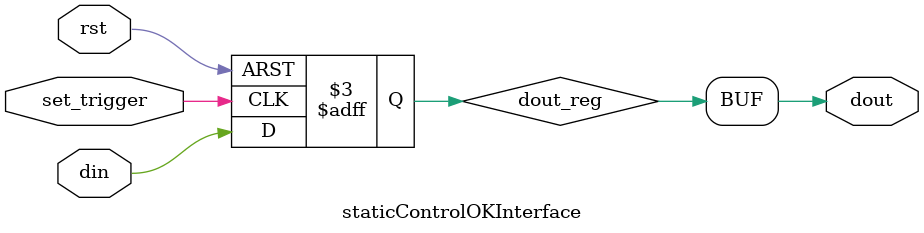
<source format=v>
`timescale 1ns / 1ps
module staticControlOKInterface(
    input wire rst,
    input wire din,
    output wire dout,
    input wire set_trigger
    );
	 
	 // In fact this is just a D-Flip-Flop triggered by the set_trigger signal
	 
	 reg dout_reg;
	 assign dout = dout_reg;
	 
	 initial
		dout_reg <= 1'b0;
		
	 always @ (posedge rst or posedge set_trigger) begin
		if (rst) begin
			dout_reg <= 1'b0;
		end else begin
			dout_reg <= din;
		end
	 end

endmodule

</source>
